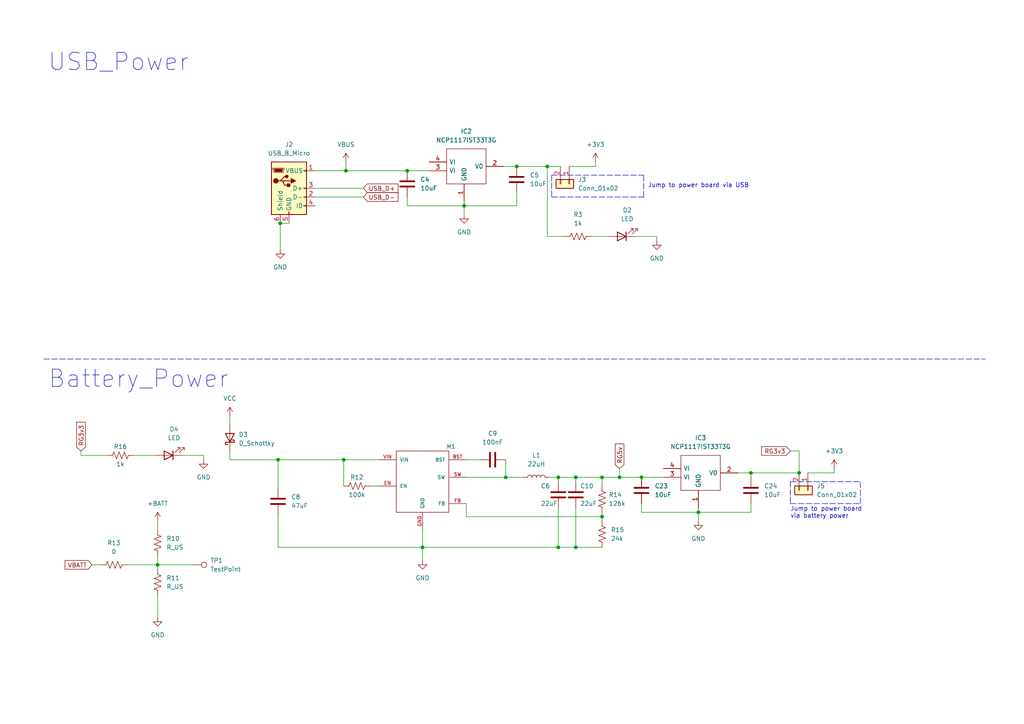
<source format=kicad_sch>
(kicad_sch (version 20211123) (generator eeschema)
  (paper "A4")
  (lib_symbols
    (symbol "Connector:TestPoint" (pin_numbers hide) (pin_names (offset 0.762) hide)
      (property "Reference" "TP" (at 0 6.858 0))
      (property "Value" "TestPoint" (at 0 5.08 0))
      (symbol "TestPoint_0_1"
        (circle (center 0 3.302) (radius 0.762))
      )
      (symbol "TestPoint_1_1"
        (pin passive line (at 0 0 90) (length 2.54) (name "1") (number "1"))
      )
    )
    (symbol "Connector:USB_B_Micro" (pin_names (offset 1.016))
      (property "Reference" "J" (at -5.08 11.43 0))
      (property "Value" "USB_B_Micro" (at -5.08 8.89 0))
      (symbol "USB_B_Micro_0_1"
        (rectangle (start -5.08 -7.62) (end 5.08 7.62) (stroke (width 0.254)) (fill (type background)))
        (circle (center -3.81 2.159) (radius 0.635) (stroke (width 0.254)) (fill (type outline)))
        (circle (center -0.635 3.429) (radius 0.381) (stroke (width 0.254)) (fill (type outline)))
        (rectangle (start -0.127 -7.62) (end 0.127 -6.858))
        (polyline (pts (xy -1.905 2.159) (xy 0.635 2.159)) (stroke (width 0.254)))
        (polyline (pts (xy -3.175 2.159) (xy -2.54 2.159) (xy -1.27 3.429) (xy -0.635 3.429)) (stroke (width 0.254)))
        (polyline (pts (xy -2.54 2.159) (xy -1.905 2.159) (xy -1.27 0.889) (xy 0 0.889)) (stroke (width 0.254)))
        (polyline (pts (xy 0.635 2.794) (xy 0.635 1.524) (xy 1.905 2.159) (xy 0.635 2.794)) (stroke (width 0.254)) (fill (type outline)))
        (polyline (pts (xy -4.318 5.588) (xy -1.778 5.588) (xy -2.032 4.826) (xy -4.064 4.826) (xy -4.318 5.588)) (fill (type outline)))
        (polyline (pts (xy -4.699 5.842) (xy -4.699 5.588) (xy -4.445 4.826) (xy -4.445 4.572) (xy -1.651 4.572) (xy -1.651 4.826) (xy -1.397 5.588) (xy -1.397 5.842) (xy -4.699 5.842)))
        (rectangle (start 0.254 1.27) (end -0.508 0.508) (stroke (width 0.254)) (fill (type outline)))
        (rectangle (start 5.08 -5.207) (end 4.318 -4.953))
        (rectangle (start 5.08 -2.667) (end 4.318 -2.413))
        (rectangle (start 5.08 -0.127) (end 4.318 0.127))
        (rectangle (start 5.08 4.953) (end 4.318 5.207))
      )
      (symbol "USB_B_Micro_1_1"
        (pin power_out line (at 7.62 5.08 180) (length 2.54) (name "VBUS") (number "1"))
        (pin bidirectional line (at 7.62 -2.54 180) (length 2.54) (name "D-") (number "2"))
        (pin bidirectional line (at 7.62 0 180) (length 2.54) (name "D+") (number "3"))
        (pin passive line (at 7.62 -5.08 180) (length 2.54) (name "ID") (number "4"))
        (pin power_out line (at 0 -10.16 90) (length 2.54) (name "GND") (number "5"))
        (pin passive line (at -2.54 -10.16 90) (length 2.54) (name "Shield") (number "6"))
      )
    )
    (symbol "Connector_Generic:Conn_01x02" (pin_names (offset 1.016) hide)
      (property "Reference" "J" (at 0 2.54 0))
      (property "Value" "Conn_01x02" (at 0 -5.08 0))
      (symbol "Conn_01x02_1_1"
        (rectangle (start -1.27 -2.413) (end 0 -2.667) (stroke (width 0.1524)))
        (rectangle (start -1.27 0.127) (end 0 -0.127) (stroke (width 0.1524)))
        (rectangle (start -1.27 1.27) (end 1.27 -3.81) (stroke (width 0.254)) (fill (type background)))
        (pin passive line (at -5.08 0 0) (length 3.81) (name "Pin_1") (number "1"))
        (pin passive line (at -5.08 -2.54 0) (length 3.81) (name "Pin_2") (number "2"))
      )
    )
    (symbol "Device:C" (pin_numbers hide) (pin_names (offset 0.254))
      (property "Reference" "C" (at 0.635 2.54 0))
      (property "Value" "C" (at 0.635 -2.54 0))
      (symbol "C_0_1"
        (polyline (pts (xy -2.032 -0.762) (xy 2.032 -0.762)) (stroke (width 0.508)))
        (polyline (pts (xy -2.032 0.762) (xy 2.032 0.762)) (stroke (width 0.508)))
      )
      (symbol "C_1_1"
        (pin passive line (at 0 3.81 270) (length 2.794) (name "~") (number "1"))
        (pin passive line (at 0 -3.81 90) (length 2.794) (name "~") (number "2"))
      )
    )
    (symbol "Device:D_Schottky" (pin_numbers hide) (pin_names (offset 1.016) hide)
      (property "Reference" "D" (at 0 2.54 0))
      (property "Value" "D_Schottky" (at 0 -2.54 0))
      (symbol "D_Schottky_0_1"
        (polyline (pts (xy 1.27 0) (xy -1.27 0)))
        (polyline (pts (xy 1.27 1.27) (xy 1.27 -1.27) (xy -1.27 0) (xy 1.27 1.27)) (stroke (width 0.254)))
        (polyline (pts (xy -1.905 0.635) (xy -1.905 1.27) (xy -1.27 1.27) (xy -1.27 -1.27) (xy -0.635 -1.27) (xy -0.635 -0.635)) (stroke (width 0.254)))
      )
      (symbol "D_Schottky_1_1"
        (pin passive line (at -3.81 0 0) (length 2.54) (name "K") (number "1"))
        (pin passive line (at 3.81 0 180) (length 2.54) (name "A") (number "2"))
      )
    )
    (symbol "Device:L" (pin_numbers hide) (pin_names (offset 1.016) hide)
      (property "Reference" "L" (at -1.27 0 90))
      (property "Value" "L" (at 1.905 0 90))
      (symbol "L_0_1"
        (arc (start 0 -2.54) (mid 0.635 -1.905) (end 0 -1.27))
        (arc (start 0 -1.27) (mid 0.635 -0.635) (end 0 0))
        (arc (start 0 0) (mid 0.635 0.635) (end 0 1.27))
        (arc (start 0 1.27) (mid 0.635 1.905) (end 0 2.54))
      )
      (symbol "L_1_1"
        (pin passive line (at 0 3.81 270) (length 1.27) (name "1") (number "1"))
        (pin passive line (at 0 -3.81 90) (length 1.27) (name "2") (number "2"))
      )
    )
    (symbol "Device:LED" (pin_numbers hide) (pin_names (offset 1.016) hide)
      (property "Reference" "D" (at 0 2.54 0))
      (property "Value" "LED" (at 0 -2.54 0))
      (symbol "LED_0_1"
        (polyline (pts (xy -1.27 -1.27) (xy -1.27 1.27)) (stroke (width 0.254)))
        (polyline (pts (xy -1.27 0) (xy 1.27 0)))
        (polyline (pts (xy 1.27 -1.27) (xy 1.27 1.27) (xy -1.27 0) (xy 1.27 -1.27)) (stroke (width 0.254)))
        (polyline (pts (xy -3.048 -0.762) (xy -4.572 -2.286) (xy -3.81 -2.286) (xy -4.572 -2.286) (xy -4.572 -1.524)))
        (polyline (pts (xy -1.778 -0.762) (xy -3.302 -2.286) (xy -2.54 -2.286) (xy -3.302 -2.286) (xy -3.302 -1.524)))
      )
      (symbol "LED_1_1"
        (pin passive line (at -3.81 0 0) (length 2.54) (name "K") (number "1"))
        (pin passive line (at 3.81 0 180) (length 2.54) (name "A") (number "2"))
      )
    )
    (symbol "Device:R_US" (pin_numbers hide) (pin_names (offset 0))
      (property "Reference" "R" (at 2.54 0 90))
      (property "Value" "R_US" (at -2.54 0 90))
      (symbol "R_US_0_1"
        (polyline (pts (xy 0 -2.286) (xy 0 -2.54)))
        (polyline (pts (xy 0 2.286) (xy 0 2.54)))
        (polyline (pts (xy 0 -0.762) (xy 1.016 -1.143) (xy 0 -1.524) (xy -1.016 -1.905) (xy 0 -2.286)))
        (polyline (pts (xy 0 0.762) (xy 1.016 0.381) (xy 0 0) (xy -1.016 -0.381) (xy 0 -0.762)))
        (polyline (pts (xy 0 2.286) (xy 1.016 1.905) (xy 0 1.524) (xy -1.016 1.143) (xy 0 0.762)))
      )
      (symbol "R_US_1_1"
        (pin passive line (at 0 3.81 270) (length 1.27) (name "~") (number "1"))
        (pin passive line (at 0 -3.81 90) (length 1.27) (name "~") (number "2"))
      )
    )
    (symbol "NCP1117IST33T3G:NCP1117IST33T3G" (pin_names (offset 0.762))
      (property "Reference" "IC" (at 39.37 7.62 0))
      (property "Value" "NCP1117IST33T3G" (at 39.37 5.08 0))
      (symbol "NCP1117IST33T3G_0_0"
        (pin passive line (at 20.32 -12.7 90) (length 5.08) (name "GND") (number "1"))
        (pin passive line (at 31.75 -2.54 180) (length 5.08) (name "V0") (number "2"))
        (pin passive line (at 10.16 -3.81 0) (length 5.08) (name "VI") (number "3"))
        (pin passive line (at 10.16 -1.27 0) (length 5.08) (name "VI") (number "4"))
      )
      (symbol "NCP1117IST33T3G_0_1"
        (polyline (pts (xy 15.24 2.54) (xy 26.67 2.54) (xy 26.67 -7.62) (xy 15.24 -7.62) (xy 15.24 2.54)) (stroke (width 0.1524)))
      )
    )
    (symbol "TP6841:TP6841S6-A" (pin_names (offset 1.016))
      (symbol "TP6841S6-A_1_0"
        (polyline (pts (xy -7.62 -2.54) (xy 7.62 -2.54)))
        (polyline (pts (xy -7.62 15.24) (xy -7.62 -2.54)))
        (polyline (pts (xy 7.62 -2.54) (xy 7.62 15.24)))
        (polyline (pts (xy 7.62 15.24) (xy -7.62 15.24)))
      )
      (symbol "TP6841S6-A_1_1"
        (pin bidirectional line (at 12.7 12.7 180) (length 5.08) (name "BST") (number "BST"))
        (pin bidirectional line (at -12.7 5.08 0) (length 5.08) (name "EN") (number "EN"))
        (pin bidirectional line (at 12.7 0 180) (length 5.08) (name "FB") (number "FB"))
        (pin bidirectional line (at 0 -7.62 90) (length 5.08) (name "GND") (number "GND"))
        (pin bidirectional line (at 12.7 7.62 180) (length 5.08) (name "SW") (number "SW"))
        (pin bidirectional line (at -12.7 12.7 0) (length 5.08) (name "VIN") (number "VIN"))
      )
    )
    (symbol "power:+3.3V" (power) (pin_names (offset 0))
      (property "Value" "+3.3V" (at 0 3.556 0))
      (symbol "+3.3V_0_1"
        (polyline (pts (xy -0.762 1.27) (xy 0 2.54)))
        (polyline (pts (xy 0 0) (xy 0 2.54)))
        (polyline (pts (xy 0 2.54) (xy 0.762 1.27)))
      )
      (symbol "+3.3V_1_1"
        (pin power_in line (at 0 0 90) (length 0) hide (name "+3V3") (number "1"))
      )
    )
    (symbol "power:+BATT" (power) (pin_names (offset 0))
      (property "Value" "+BATT" (at 0 3.556 0))
      (symbol "+BATT_0_1"
        (polyline (pts (xy -0.762 1.27) (xy 0 2.54)))
        (polyline (pts (xy 0 0) (xy 0 2.54)))
        (polyline (pts (xy 0 2.54) (xy 0.762 1.27)))
      )
      (symbol "+BATT_1_1"
        (pin power_in line (at 0 0 90) (length 0) hide (name "+BATT") (number "1"))
      )
    )
    (symbol "power:GND" (power) (pin_names (offset 0))
      (property "Value" "GND" (at 0 -3.81 0))
      (symbol "GND_0_1"
        (polyline (pts (xy 0 0) (xy 0 -1.27) (xy 1.27 -1.27) (xy 0 -2.54) (xy -1.27 -1.27) (xy 0 -1.27)))
      )
      (symbol "GND_1_1"
        (pin power_in line (at 0 0 270) (length 0) hide (name "GND") (number "1"))
      )
    )
    (symbol "power:VBUS" (power) (pin_names (offset 0))
      (property "Value" "VBUS" (at 0 3.81 0))
      (symbol "VBUS_0_1"
        (polyline (pts (xy -0.762 1.27) (xy 0 2.54)))
        (polyline (pts (xy 0 0) (xy 0 2.54)))
        (polyline (pts (xy 0 2.54) (xy 0.762 1.27)))
      )
      (symbol "VBUS_1_1"
        (pin power_in line (at 0 0 90) (length 0) hide (name "VBUS") (number "1"))
      )
    )
    (symbol "power:VCC" (power) (pin_names (offset 0))
      (property "Value" "VCC" (at 0 3.81 0))
      (symbol "VCC_0_1"
        (polyline (pts (xy -0.762 1.27) (xy 0 2.54)))
        (polyline (pts (xy 0 0) (xy 0 2.54)))
        (polyline (pts (xy 0 2.54) (xy 0.762 1.27)))
      )
      (symbol "VCC_1_1"
        (pin power_in line (at 0 0 90) (length 0) hide (name "VCC") (number "1"))
      )
    )
  )
  (junction (at 161.925 138.43))
  (junction (at 231.775 137.16))
  (junction (at 146.685 138.43))
  (junction (at 99.695 133.35))
  (junction (at 174.625 138.43))
  (junction (at 118.11 49.53))
  (junction (at 161.925 158.75))
  (junction (at 174.625 149.86))
  (junction (at 80.645 133.35))
  (junction (at 179.705 138.43))
  (junction (at 217.805 137.16))
  (junction (at 134.62 59.69))
  (junction (at 81.28 64.77))
  (junction (at 186.055 138.43))
  (junction (at 100.33 49.53))
  (junction (at 158.75 48.26))
  (junction (at 122.555 158.75))
  (junction (at 149.86 48.26))
  (junction (at 167.005 138.43))
  (junction (at 202.565 148.59))
  (junction (at 45.72 163.83))
  (junction (at 167.005 158.75))
  (wire (pts (xy 146.685 138.43) (xy 151.765 138.43)))
  (polyline (pts (xy 160.02 50.8) (xy 186.69 50.8)))
  (wire (pts (xy 45.72 163.83) (xy 55.88 163.83)))
  (wire (pts (xy 36.83 163.83) (xy 45.72 163.83)))
  (wire (pts (xy 52.705 132.08) (xy 59.055 132.08)))
  (wire (pts (xy 158.75 68.58) (xy 163.83 68.58)))
  (wire (pts (xy 122.555 158.75) (xy 161.925 158.75)))
  (wire (pts (xy 122.555 158.75) (xy 122.555 162.56)))
  (wire (pts (xy 161.925 147.32) (xy 161.925 158.75)))
  (wire (pts (xy 81.28 64.77) (xy 81.28 72.39)))
  (wire (pts (xy 167.005 147.32) (xy 167.005 158.75)))
  (wire (pts (xy 213.995 137.16) (xy 217.805 137.16)))
  (wire (pts (xy 45.72 163.83) (xy 45.72 165.1)))
  (wire (pts (xy 135.255 133.35) (xy 139.065 133.35)))
  (wire (pts (xy 161.925 158.75) (xy 167.005 158.75)))
  (wire (pts (xy 158.75 48.26) (xy 158.75 68.58)))
  (wire (pts (xy 184.15 68.58) (xy 190.5 68.58)))
  (wire (pts (xy 174.625 138.43) (xy 174.625 140.97)))
  (wire (pts (xy 165.1 48.26) (xy 172.72 48.26)))
  (wire (pts (xy 167.005 138.43) (xy 174.625 138.43)))
  (polyline (pts (xy 229.235 139.7) (xy 249.555 139.7)))
  (wire (pts (xy 234.315 137.16) (xy 241.935 137.16)))
  (wire (pts (xy 202.565 147.32) (xy 202.565 148.59)))
  (polyline (pts (xy 229.235 139.7) (xy 229.235 146.05)))
  (polyline (pts (xy 229.235 146.05) (xy 249.555 146.05)))
  (wire (pts (xy 171.45 68.58) (xy 176.53 68.58)))
  (wire (pts (xy 38.735 132.08) (xy 45.085 132.08)))
  (wire (pts (xy 149.86 59.69) (xy 149.86 55.88)))
  (wire (pts (xy 118.11 57.15) (xy 118.11 59.69)))
  (wire (pts (xy 190.5 68.58) (xy 190.5 69.85)))
  (wire (pts (xy 80.645 133.35) (xy 99.695 133.35)))
  (wire (pts (xy 45.72 172.72) (xy 45.72 179.07)))
  (wire (pts (xy 167.005 158.75) (xy 174.625 158.75)))
  (wire (pts (xy 134.62 58.42) (xy 134.62 59.69)))
  (polyline (pts (xy 12.7 104.14) (xy 285.75 104.14)))
  (polyline (pts (xy 249.555 146.05) (xy 249.555 139.7)))
  (wire (pts (xy 66.675 133.35) (xy 80.645 133.35)))
  (polyline (pts (xy 160.02 50.8) (xy 160.02 57.15)))
  (wire (pts (xy 186.055 148.59) (xy 202.565 148.59)))
  (wire (pts (xy 66.675 130.81) (xy 66.675 133.35)))
  (wire (pts (xy 107.315 140.97) (xy 109.855 140.97)))
  (wire (pts (xy 174.625 149.86) (xy 174.625 151.13)))
  (wire (pts (xy 217.805 137.16) (xy 231.775 137.16)))
  (wire (pts (xy 109.855 133.35) (xy 99.695 133.35)))
  (wire (pts (xy 80.645 149.225) (xy 80.645 158.75)))
  (wire (pts (xy 179.705 135.89) (xy 179.705 138.43)))
  (wire (pts (xy 229.235 130.81) (xy 231.775 130.81)))
  (wire (pts (xy 158.75 48.26) (xy 162.56 48.26)))
  (wire (pts (xy 91.44 49.53) (xy 100.33 49.53)))
  (wire (pts (xy 149.86 48.26) (xy 158.75 48.26)))
  (wire (pts (xy 241.935 135.89) (xy 241.935 137.16)))
  (wire (pts (xy 81.28 64.77) (xy 83.82 64.77)))
  (wire (pts (xy 100.33 49.53) (xy 118.11 49.53)))
  (wire (pts (xy 186.055 146.05) (xy 186.055 148.59)))
  (wire (pts (xy 31.115 132.08) (xy 23.495 132.08)))
  (wire (pts (xy 118.11 49.53) (xy 124.46 49.53)))
  (wire (pts (xy 161.925 138.43) (xy 167.005 138.43)))
  (polyline (pts (xy 186.69 57.15) (xy 186.69 50.8)))
  (wire (pts (xy 45.72 161.29) (xy 45.72 163.83)))
  (wire (pts (xy 135.255 138.43) (xy 146.685 138.43)))
  (wire (pts (xy 217.805 138.43) (xy 217.805 137.16)))
  (wire (pts (xy 45.72 151.13) (xy 45.72 153.67)))
  (wire (pts (xy 167.005 138.43) (xy 167.005 139.7)))
  (wire (pts (xy 66.675 120.65) (xy 66.675 123.19)))
  (wire (pts (xy 91.44 57.15) (xy 105.41 57.15)))
  (wire (pts (xy 146.05 48.26) (xy 149.86 48.26)))
  (wire (pts (xy 179.705 138.43) (xy 186.055 138.43)))
  (wire (pts (xy 91.44 54.61) (xy 105.41 54.61)))
  (wire (pts (xy 135.255 149.86) (xy 135.255 146.05)))
  (wire (pts (xy 217.805 148.59) (xy 217.805 146.05)))
  (polyline (pts (xy 160.02 57.15) (xy 186.69 57.15)))
  (wire (pts (xy 202.565 148.59) (xy 202.565 151.13)))
  (wire (pts (xy 146.685 133.35) (xy 146.685 138.43)))
  (wire (pts (xy 174.625 148.59) (xy 174.625 149.86)))
  (wire (pts (xy 172.72 46.99) (xy 172.72 48.26)))
  (wire (pts (xy 174.625 149.86) (xy 135.255 149.86)))
  (wire (pts (xy 99.695 133.35) (xy 99.695 140.97)))
  (wire (pts (xy 59.055 132.08) (xy 59.055 133.35)))
  (wire (pts (xy 161.925 138.43) (xy 161.925 139.7)))
  (wire (pts (xy 118.11 59.69) (xy 134.62 59.69)))
  (wire (pts (xy 231.775 137.16) (xy 231.775 130.81)))
  (wire (pts (xy 80.645 141.605) (xy 80.645 133.35)))
  (wire (pts (xy 122.555 153.67) (xy 122.555 158.75)))
  (wire (pts (xy 186.055 138.43) (xy 192.405 138.43)))
  (wire (pts (xy 159.385 138.43) (xy 161.925 138.43)))
  (wire (pts (xy 100.33 46.99) (xy 100.33 49.53)))
  (wire (pts (xy 23.495 130.81) (xy 23.495 132.08)))
  (wire (pts (xy 134.62 59.69) (xy 134.62 62.23)))
  (wire (pts (xy 134.62 59.69) (xy 149.86 59.69)))
  (wire (pts (xy 80.645 158.75) (xy 122.555 158.75)))
  (wire (pts (xy 202.565 148.59) (xy 217.805 148.59)))
  (wire (pts (xy 174.625 138.43) (xy 179.705 138.43)))
  (wire (pts (xy 26.67 163.83) (xy 29.21 163.83)))
  (text "Battery_Power\n" (at 13.9192 112.9284 0) (effects (font (size 5 5)) (justify left bottom)))
  (text "Jump to power board \nvia battery power\n" (at 229.235 150.495 0) (effects (font (size 1.27 1.27)) (justify left bottom)))
  (text "USB_Power" (at 13.8176 21.0312 0) (effects (font (size 5 5)) (justify left bottom)))
  (text "Jump to power board via USB\n" (at 187.96 54.61 0) (effects (font (size 1.27 1.27)) (justify left bottom)))
  (global_label "USB_D-" (shape input) (at 105.41 57.15 0) (property "Intersheet References" "${INTERSHEET_REFS}" (effects hide)))
  (global_label "RG3v3" (shape input) (at 23.495 130.81 90) (property "Intersheet References" "${INTERSHEET_REFS}" (effects hide)))
  (global_label "USB_D+" (shape input) (at 105.41 54.61 0) (property "Intersheet References" "${INTERSHEET_REFS}" (effects hide)))
  (global_label "VBATT" (shape input) (at 26.67 163.83 180) (property "Intersheet References" "${INTERSHEET_REFS}" (effects hide)))
  (global_label "RG3v3" (shape input) (at 229.235 130.81 180) (property "Intersheet References" "${INTERSHEET_REFS}" (effects hide)))
  (global_label "RG5v" (shape input) (at 179.705 135.89 90) (property "Intersheet References" "${INTERSHEET_REFS}" (effects hide)))
  (symbol (lib_id "Device:C") (at 217.805 142.24 0) (unit 1)
    (property "Reference" "C24" (at 221.615 140.9699 0) (effects (justify left)))
    (property "Value" "10uF" (at 221.615 143.5099 0) (effects (justify left)))
    (property "Footprint" "Capacitor_SMD:C_0603_1608Metric" (effects hide))
  )
  (symbol (lib_id "Device:C") (at 186.055 142.24 0) (unit 1)
    (property "Reference" "C23" (at 189.865 140.9699 0) (effects (justify left)))
    (property "Value" "10uF" (at 189.865 143.5099 0) (effects (justify left)))
    (property "Footprint" "Capacitor_SMD:C_0603_1608Metric" (effects hide))
  )
  (symbol (lib_id "Connector:USB_B_Micro") (at 83.82 54.61 0) (unit 1)
    (property "Reference" "J2" (at 83.82 41.91 0))
    (property "Value" "USB_B_Micro" (at 83.82 44.45 0))
    (property "Footprint" "Connector_USB:USB_Micro-B_Molex-105017-0001" (effects hide))
  )
  (symbol (lib_id "Device:C") (at 167.005 143.51 180) (unit 1)
    (property "Reference" "C10" (at 168.275 140.97 0) (effects (justify right)))
    (property "Value" "22uF" (at 168.275 146.05 0) (effects (justify right)))
    (property "Footprint" "Capacitor_SMD:C_1210_3225Metric" (effects hide))
  )
  (symbol (lib_id "NCP1117IST33T3G:NCP1117IST33T3G") (at 182.245 134.62 0) (unit 1)
    (property "Reference" "IC3" (at 203.2 127 0))
    (property "Value" "NCP1117IST33T3G" (at 203.2 129.54 0))
    (property "Footprint" "MainBoard_FootPrints:SOT230P700X180-4N" (effects hide))
    (property "Datasheet" "https://www.onsemi.com/pdf/datasheet/ncp1117-d.pdf" (effects hide))
    (property "Description" "Linear Voltage Regulator IC Positive Fixed 1 Output 1A SOT-223" (effects hide))
    (property "Height" "1.8" (effects hide))
    (property "Manufacturer_Name" "onsemi" (effects hide))
    (property "Manufacturer_Part_Number" "NCP1117IST33T3G" (effects hide))
    (property "Mouser Part Number" "863-NCP1117IST33T3G" (effects hide))
    (property "Mouser Price/Stock" "https://www.mouser.co.uk/ProductDetail/onsemi/NCP1117IST33T3G?qs=iLbezkQI%252BsgWHC6Yi9bFVA%3D%3D" (effects hide))
    (property "Arrow Part Number" "NCP1117IST33T3G" (effects hide))
    (property "Arrow Price/Stock" "https://www.arrow.com/en/products/ncp1117ist33t3g/on-semiconductor?region=nac" (effects hide))
  )
  (symbol (lib_id "Device:R_US") (at 103.505 140.97 90) (unit 1)
    (property "Reference" "R12" (at 103.505 138.43 90))
    (property "Value" "100k" (at 103.505 143.51 90))
    (property "Footprint" "Resistor_SMD:R_0603_1608Metric" (effects hide))
  )
  (symbol (lib_id "power:VBUS") (at 100.33 46.99 0) (unit 1)
    (property "Reference" "#PWR0110" (effects hide))
    (property "Value" "VBUS" (at 100.33 41.91 0))
  )
  (symbol (lib_id "Device:R_US") (at 33.02 163.83 90) (unit 1)
    (property "Reference" "R13" (at 33.02 157.48 90))
    (property "Value" "0" (at 33.02 160.02 90))
    (property "Footprint" "Resistor_SMD:R_0603_1608Metric" (effects hide))
  )
  (symbol (lib_id "Device:R_US") (at 174.625 144.78 0) (unit 1)
    (property "Reference" "R14" (at 176.53 143.5099 0) (effects (justify left)))
    (property "Value" "126k" (at 176.53 146.0499 0) (effects (justify left)))
    (property "Footprint" "Resistor_SMD:R_0603_1608Metric" (effects hide))
  )
  (symbol (lib_id "power:+3.3V") (at 241.935 135.89 0) (unit 1)
    (property "Reference" "#PWR0120" (effects hide))
    (property "Value" "+3.3V" (at 241.935 130.81 0))
  )
  (symbol (lib_id "Device:R_US") (at 45.72 157.48 0) (unit 1)
    (property "Reference" "R10" (at 48.26 156.2099 0) (effects (justify left)))
    (property "Value" "R_US" (at 48.26 158.7499 0) (effects (justify left)))
    (property "Footprint" "Resistor_SMD:R_0603_1608Metric" (effects hide))
  )
  (symbol (lib_id "power:+BATT") (at 45.72 151.13 0) (unit 1)
    (property "Reference" "#PWR0124" (effects hide))
    (property "Value" "+BATT" (at 45.72 146.05 0))
  )
  (symbol (lib_id "Device:R_US") (at 167.64 68.58 90) (unit 1)
    (property "Reference" "R3" (at 167.64 62.23 90))
    (property "Value" "1k" (at 167.64 64.77 90))
    (property "Footprint" "Resistor_SMD:R_0603_1608Metric" (effects hide))
  )
  (symbol (lib_id "Device:L") (at 155.575 138.43 90) (unit 1)
    (property "Reference" "L1" (at 155.575 132.08 90))
    (property "Value" "22uH" (at 155.575 134.62 90))
    (property "Footprint" "Inductor_SMD:L_Bourns-SRN6028" (effects hide))
  )
  (symbol (lib_id "power:VCC") (at 66.675 120.65 0) (unit 1)
    (property "Reference" "#PWR0119" (effects hide))
    (property "Value" "VCC" (at 66.675 115.57 0))
  )
  (symbol (lib_id "Device:R_US") (at 174.625 154.94 0) (unit 1)
    (property "Reference" "R15" (at 177.165 153.6699 0) (effects (justify left)))
    (property "Value" "24k" (at 177.165 156.2099 0) (effects (justify left)))
    (property "Footprint" "Resistor_SMD:R_0603_1608Metric" (effects hide))
  )
  (symbol (lib_id "Device:R_US") (at 34.925 132.08 90) (unit 1)
    (property "Reference" "R16" (at 34.925 129.54 90))
    (property "Value" "1k" (at 34.925 134.62 90))
    (property "Footprint" "Resistor_SMD:R_0603_1608Metric" (effects hide))
  )
  (symbol (lib_id "power:GND") (at 134.62 62.23 0) (unit 1)
    (property "Reference" "#PWR0111" (effects hide))
    (property "Value" "GND" (at 134.62 67.31 0))
  )
  (symbol (lib_id "power:GND") (at 190.5 69.85 0) (unit 1)
    (property "Reference" "#PWR0108" (effects hide))
    (property "Value" "GND" (at 190.5 74.93 0))
  )
  (symbol (lib_id "power:GND") (at 202.565 151.13 0) (unit 1)
    (property "Reference" "#PWR0168" (effects hide))
    (property "Value" "GND" (at 202.565 156.21 0))
  )
  (symbol (lib_id "Device:C") (at 80.645 145.415 0) (unit 1)
    (property "Reference" "C8" (at 84.455 144.1449 0) (effects (justify left)))
    (property "Value" "47uF" (at 84.455 146.6849 0) (effects (justify left)))
    (property "Footprint" "Capacitor_SMD:C_1210_3225Metric" (effects hide))
  )
  (symbol (lib_id "Device:D_Schottky") (at 66.675 127 90) (unit 1)
    (property "Reference" "D3" (at 69.215 126.0474 90) (effects (justify right)))
    (property "Value" "D_Schottky" (at 69.215 128.5874 90) (effects (justify right)))
    (property "Footprint" "Diode_SMD:D_0603_1608Metric" (effects hide))
  )
  (symbol (lib_id "power:GND") (at 59.055 133.35 0) (unit 1)
    (property "Reference" "#PWR0118" (effects hide))
    (property "Value" "GND" (at 59.055 138.43 0))
  )
  (symbol (lib_id "NCP1117IST33T3G:NCP1117IST33T3G") (at 114.3 45.72 0) (unit 1)
    (property "Reference" "IC2" (at 135.255 38.1 0))
    (property "Value" "NCP1117IST33T3G" (at 135.255 40.64 0))
    (property "Footprint" "AVIONICS:SOT230P700X180-4N" (effects hide))
    (property "Datasheet" "https://www.onsemi.com/pdf/datasheet/ncp1117-d.pdf" (effects hide))
    (property "Description" "Linear Voltage Regulator IC Positive Fixed 1 Output 1A SOT-223" (effects hide))
    (property "Height" "1.8" (effects hide))
    (property "Manufacturer_Name" "onsemi" (effects hide))
    (property "Manufacturer_Part_Number" "NCP1117IST33T3G" (effects hide))
    (property "Mouser Part Number" "863-NCP1117IST33T3G" (effects hide))
    (property "Mouser Price/Stock" "https://www.mouser.co.uk/ProductDetail/onsemi/NCP1117IST33T3G?qs=iLbezkQI%252BsgWHC6Yi9bFVA%3D%3D" (effects hide))
    (property "Arrow Part Number" "NCP1117IST33T3G" (effects hide))
    (property "Arrow Price/Stock" "https://www.arrow.com/en/products/ncp1117ist33t3g/on-semiconductor?region=nac" (effects hide))
  )
  (symbol (lib_id "Device:LED") (at 180.34 68.58 180) (unit 1)
    (property "Reference" "D2" (at 181.9275 60.96 0))
    (property "Value" "LED" (at 181.9275 63.5 0))
    (property "Footprint" "LED_SMD:LED_0603_1608Metric" (effects hide))
  )
  (symbol (lib_id "power:GND") (at 122.555 162.56 0) (unit 1)
    (property "Reference" "#PWR0116" (effects hide))
    (property "Value" "GND" (at 122.555 167.64 0))
  )
  (symbol (lib_id "Connector:TestPoint") (at 55.88 163.83 270) (unit 1)
    (property "Reference" "TP1" (at 60.96 162.5599 90) (effects (justify left)))
    (property "Value" "TestPoint" (at 60.96 165.0999 90) (effects (justify left)))
    (property "Footprint" "TestPoint:TestPoint_Pad_D1.5mm" (effects hide))
  )
  (symbol (lib_id "Device:C") (at 142.875 133.35 90) (unit 1)
    (property "Reference" "C9" (at 142.875 125.73 90))
    (property "Value" "100nF" (at 142.875 128.27 90))
    (property "Footprint" "Capacitor_SMD:C_0603_1608Metric" (effects hide))
  )
  (symbol (lib_id "TP6841:TP6841S6-A") (at 122.555 146.05 0) (unit 1)
    (property "Reference" "M1" (at 130.81 129.54 0) (effects (font (size 1.143 1.143))))
    (property "Value" "TP6841S6-A" (effects hide))
    (property "Footprint" "AVIONICS:TP6841S6-TP6841S6-A" (effects hide))
  )
  (symbol (lib_id "power:+3.3V") (at 172.72 46.99 0) (unit 1)
    (property "Reference" "#PWR0112" (effects hide))
    (property "Value" "+3.3V" (at 172.72 41.91 0))
  )
  (symbol (lib_id "Device:C") (at 118.11 53.34 0) (unit 1)
    (property "Reference" "C4" (at 121.92 52.0699 0) (effects (justify left)))
    (property "Value" "10uF" (at 121.92 54.6099 0) (effects (justify left)))
    (property "Footprint" "Capacitor_SMD:C_0603_1608Metric" (effects hide))
  )
  (symbol (lib_id "power:GND") (at 81.28 72.39 0) (unit 1)
    (property "Reference" "#PWR0107" (effects hide))
    (property "Value" "GND" (at 81.28 77.47 0))
  )
  (symbol (lib_id "Device:LED") (at 48.895 132.08 180) (unit 1)
    (property "Reference" "D4" (at 50.4825 124.46 0))
    (property "Value" "LED" (at 50.4825 127 0))
    (property "Footprint" "LED_SMD:LED_0603_1608Metric" (effects hide))
  )
  (symbol (lib_id "Device:R_US") (at 45.72 168.91 0) (unit 1)
    (property "Reference" "R11" (at 48.26 167.6399 0) (effects (justify left)))
    (property "Value" "R_US" (at 48.26 170.1799 0) (effects (justify left)))
    (property "Footprint" "Resistor_SMD:R_0603_1608Metric" (effects hide))
  )
  (symbol (lib_id "Device:C") (at 161.925 143.51 0) (unit 1)
    (property "Reference" "C6" (at 156.845 140.97 0) (effects (justify left)))
    (property "Value" "22uF" (at 156.845 146.05 0) (effects (justify left)))
    (property "Footprint" "Capacitor_SMD:C_1210_3225Metric" (effects hide))
  )
  (symbol (lib_id "Device:C") (at 149.86 52.07 0) (unit 1)
    (property "Reference" "C5" (at 153.67 50.7999 0) (effects (justify left)))
    (property "Value" "10uF" (at 153.67 53.3399 0) (effects (justify left)))
    (property "Footprint" "Capacitor_SMD:C_0603_1608Metric" (effects hide))
  )
  (symbol (lib_id "Connector_Generic:Conn_01x02") (at 165.1 53.34 270) (unit 1)
    (property "Reference" "J3" (at 167.64 52.0699 90) (effects (justify left)))
    (property "Value" "Conn_01x02" (at 167.64 54.6099 90) (effects (justify left)))
    (property "Footprint" "Connector_PinHeader_2.54mm:PinHeader_1x02_P2.54mm_Vertical" (effects hide))
  )
  (symbol (lib_id "power:GND") (at 45.72 179.07 0) (unit 1)
    (property "Reference" "#PWR0123" (effects hide))
    (property "Value" "GND" (at 45.72 184.15 0))
  )
  (symbol (lib_id "Connector_Generic:Conn_01x02") (at 234.315 142.24 270) (unit 1)
    (property "Reference" "J5" (at 236.855 140.9699 90) (effects (justify left)))
    (property "Value" "Conn_01x02" (at 236.855 143.5099 90) (effects (justify left)))
    (property "Footprint" "Connector_PinHeader_2.54mm:PinHeader_1x02_P2.54mm_Vertical" (effects hide))
  )
)
</source>
